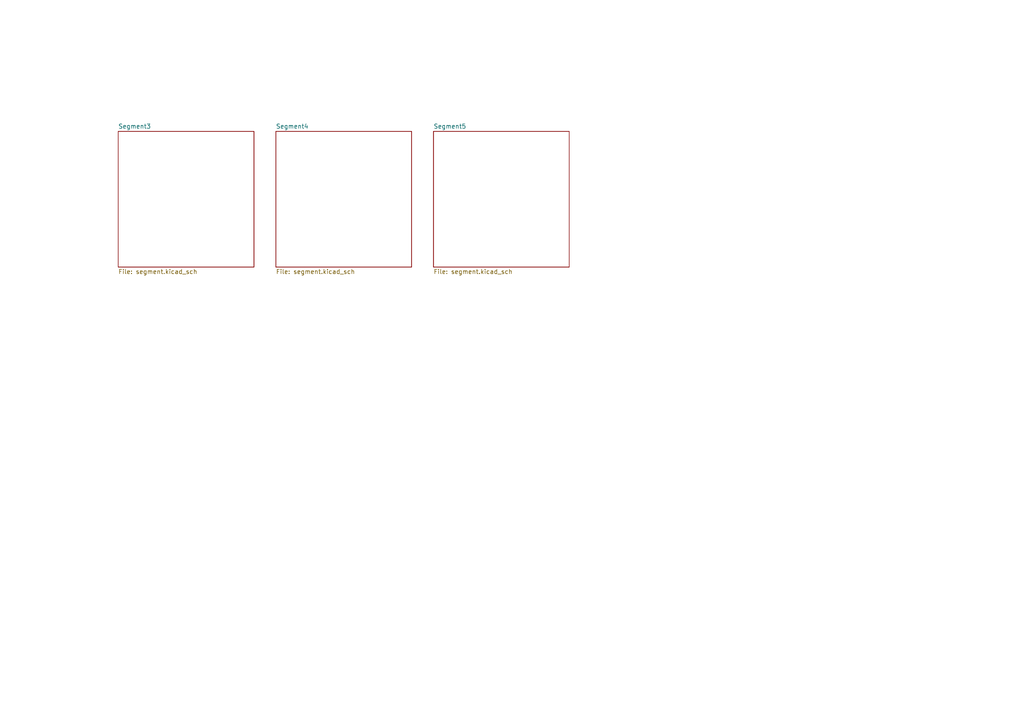
<source format=kicad_sch>
(kicad_sch (version 20211123) (generator eeschema)
  (paper "A4")
  (lib_symbols)
  (sheet (at 125.73 38.1) (size 39.37 39.37) (stroke (width 0.1524))
    (property "Sheet name" "Segment5" (at 125.73 37.3884 0) (effects (justify left bottom)))
    (property "Sheet file" "segment.kicad_sch" (at 125.73 78.0546 0) (effects (justify left top)))
  )
  (sheet (at 34.29 38.1) (size 39.37 39.37) (stroke (width 0.1524))
    (property "Sheet name" "Segment3" (at 34.29 37.3884 0) (effects (justify left bottom)))
    (property "Sheet file" "segment.kicad_sch" (at 34.29 78.0546 0) (effects (justify left top)))
  )
  (sheet (at 80.01 38.1) (size 39.37 39.37) (stroke (width 0.1524))
    (property "Sheet name" "Segment4" (at 80.01 37.3884 0) (effects (justify left bottom)))
    (property "Sheet file" "segment.kicad_sch" (at 80.01 78.0546 0) (effects (justify left top)))
  )
)
</source>
